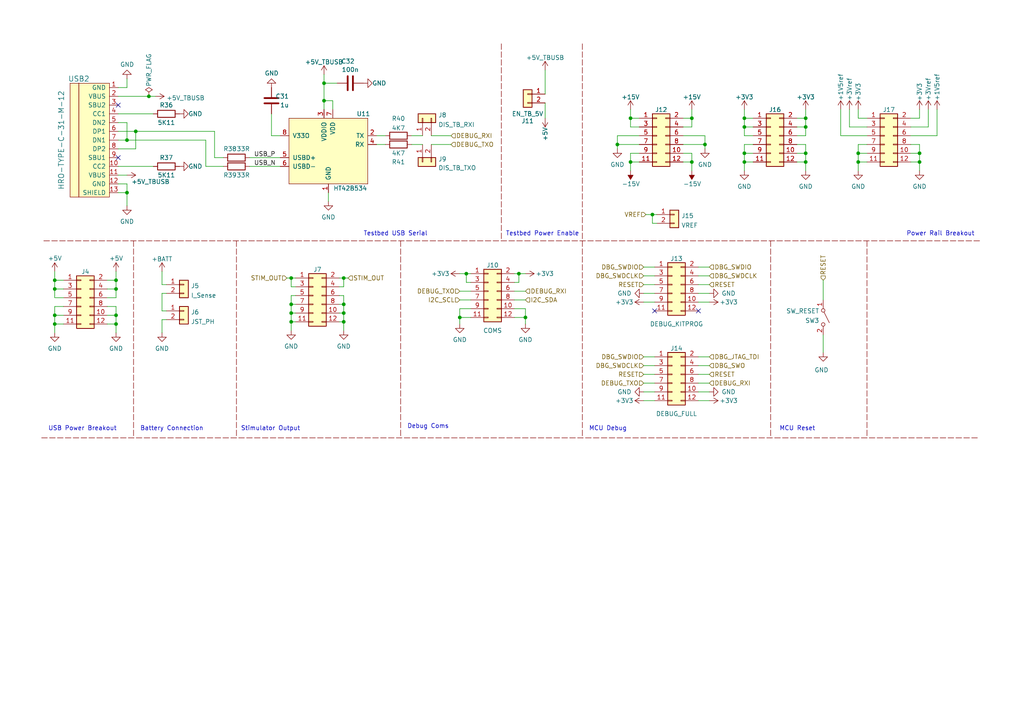
<source format=kicad_sch>
(kicad_sch (version 20211123) (generator eeschema)
  (paper "A4")
  (lib_symbols
    (symbol "Connector_Generic:Conn_01x02" (pin_names (offset 1.016) hide)
      (property "Reference" "J" (at 0 2.54 0))
      (property "Value" "Conn_01x02" (at 0 -5.08 0))
      (symbol "Conn_01x02_1_1"
        (rectangle (start -1.27 -2.413) (end 0 -2.667) (stroke (width 0.1524)))
        (rectangle (start -1.27 0.127) (end 0 -0.127) (stroke (width 0.1524)))
        (rectangle (start -1.27 1.27) (end 1.27 -3.81) (stroke (width 0.254)) (fill (type background)))
        (pin passive line (at -5.08 0 0) (length 3.81) (name "Pin_1") (number "1"))
        (pin passive line (at -5.08 -2.54 0) (length 3.81) (name "Pin_2") (number "2"))
      )
    )
    (symbol "Connector_Generic:Conn_02x06_Odd_Even" (pin_names (offset 1.016) hide)
      (property "Reference" "J" (at 1.27 7.62 0))
      (property "Value" "Conn_02x06_Odd_Even" (at 1.27 -10.16 0))
      (symbol "Conn_02x06_Odd_Even_1_1"
        (rectangle (start -1.27 -7.493) (end 0 -7.747) (stroke (width 0.1524)))
        (rectangle (start -1.27 -4.953) (end 0 -5.207) (stroke (width 0.1524)))
        (rectangle (start -1.27 -2.413) (end 0 -2.667) (stroke (width 0.1524)))
        (rectangle (start -1.27 0.127) (end 0 -0.127) (stroke (width 0.1524)))
        (rectangle (start -1.27 2.667) (end 0 2.413) (stroke (width 0.1524)))
        (rectangle (start -1.27 5.207) (end 0 4.953) (stroke (width 0.1524)))
        (rectangle (start -1.27 6.35) (end 3.81 -8.89) (stroke (width 0.254)) (fill (type background)))
        (rectangle (start 3.81 -7.493) (end 2.54 -7.747) (stroke (width 0.1524)))
        (rectangle (start 3.81 -4.953) (end 2.54 -5.207) (stroke (width 0.1524)))
        (rectangle (start 3.81 -2.413) (end 2.54 -2.667) (stroke (width 0.1524)))
        (rectangle (start 3.81 0.127) (end 2.54 -0.127) (stroke (width 0.1524)))
        (rectangle (start 3.81 2.667) (end 2.54 2.413) (stroke (width 0.1524)))
        (rectangle (start 3.81 5.207) (end 2.54 4.953) (stroke (width 0.1524)))
        (pin passive line (at -5.08 5.08 0) (length 3.81) (name "Pin_1") (number "1"))
        (pin passive line (at 7.62 -5.08 180) (length 3.81) (name "Pin_10") (number "10"))
        (pin passive line (at -5.08 -7.62 0) (length 3.81) (name "Pin_11") (number "11"))
        (pin passive line (at 7.62 -7.62 180) (length 3.81) (name "Pin_12") (number "12"))
        (pin passive line (at 7.62 5.08 180) (length 3.81) (name "Pin_2") (number "2"))
        (pin passive line (at -5.08 2.54 0) (length 3.81) (name "Pin_3") (number "3"))
        (pin passive line (at 7.62 2.54 180) (length 3.81) (name "Pin_4") (number "4"))
        (pin passive line (at -5.08 0 0) (length 3.81) (name "Pin_5") (number "5"))
        (pin passive line (at 7.62 0 180) (length 3.81) (name "Pin_6") (number "6"))
        (pin passive line (at -5.08 -2.54 0) (length 3.81) (name "Pin_7") (number "7"))
        (pin passive line (at 7.62 -2.54 180) (length 3.81) (name "Pin_8") (number "8"))
        (pin passive line (at -5.08 -5.08 0) (length 3.81) (name "Pin_9") (number "9"))
      )
    )
    (symbol "Custom_Symbols:+1V5ref" (power) (pin_names (offset 0))
      (property "Value" "+1V5ref" (at 3.2512 -0.381 90))
      (symbol "+1V5ref_0_1"
        (polyline (pts (xy -0.762 1.27) (xy 0 2.54)))
        (polyline (pts (xy 0 0) (xy 0 2.54)))
        (polyline (pts (xy 0 2.54) (xy 0.762 1.27)))
      )
      (symbol "+1V5ref_1_1"
        (pin power_in line (at 0 0 90) (length 0) hide (name "+1V5ref") (number "1"))
      )
    )
    (symbol "Custom_Symbols:+3Vref" (power) (pin_names (offset 0))
      (property "Value" "+3Vref" (at 3.2512 -0.381 90))
      (symbol "+3Vref_0_1"
        (polyline (pts (xy -0.762 1.27) (xy 0 2.54)))
        (polyline (pts (xy 0 0) (xy 0 2.54)))
        (polyline (pts (xy 0 2.54) (xy 0.762 1.27)))
      )
      (symbol "+3Vref_1_1"
        (pin power_in line (at 0 0 90) (length 0) hide (name "+3Vref") (number "1"))
      )
    )
    (symbol "Custom_Symbols:+5V_TBUSB" (power) (pin_names (offset 0))
      (property "Value" "+5V_TBUSB" (at 0 3.556 0))
      (symbol "+5V_TBUSB_0_1"
        (polyline (pts (xy -0.762 1.27) (xy 0 2.54)))
        (polyline (pts (xy 0 0) (xy 0 2.54)))
        (polyline (pts (xy 0 2.54) (xy 0.762 1.27)))
      )
      (symbol "+5V_TBUSB_1_1"
        (pin power_in line (at 0 0 90) (length 0) hide (name "+5V_TBUSB") (number "1"))
      )
    )
    (symbol "Custom_Symbols:HT42B534" (pin_names (offset 1.016))
      (property "Reference" "U11" (at 10.16 1.27 0))
      (property "Value" "HT42B534" (at 6.35 -20.32 0))
      (symbol "HT42B534_0_1"
        (rectangle (start -11.43 0) (end 11.43 -19.05) (fill (type background)))
      )
      (symbol "HT42B534_1_1"
        (pin power_in line (at 0 -21.59 90) (length 2.54) (name "GND") (number "1"))
        (pin output line (at 13.97 -5.08 180) (length 2.54) (name "TX") (number "2"))
        (pin power_in line (at -1.27 2.54 270) (length 2.54) (name "VDDIO") (number "3"))
        (pin input line (at 13.97 -7.62 180) (length 2.54) (name "RX") (number "4"))
        (pin bidirectional line (at -13.97 -11.43 0) (length 2.54) (name "USBD+") (number "5"))
        (pin bidirectional line (at -13.97 -13.97 0) (length 2.54) (name "USBD-") (number "6"))
        (pin power_in line (at 1.27 2.54 270) (length 2.54) (name "VDD") (number "7"))
        (pin power_out line (at -13.97 -5.08 0) (length 2.54) (name "V33O") (number "8"))
      )
    )
    (symbol "Device:C" (pin_numbers hide) (pin_names (offset 0.254))
      (property "Reference" "C" (at 0.635 2.54 0))
      (property "Value" "C" (at 0.635 -2.54 0))
      (symbol "C_0_1"
        (polyline (pts (xy -2.032 -0.762) (xy 2.032 -0.762)) (stroke (width 0.508)))
        (polyline (pts (xy -2.032 0.762) (xy 2.032 0.762)) (stroke (width 0.508)))
      )
      (symbol "C_1_1"
        (pin passive line (at 0 3.81 270) (length 2.794) (name "~") (number "1"))
        (pin passive line (at 0 -3.81 90) (length 2.794) (name "~") (number "2"))
      )
    )
    (symbol "Device:R" (pin_numbers hide) (pin_names (offset 0))
      (property "Reference" "R" (at 2.032 0 90))
      (property "Value" "R" (at 0 0 90))
      (symbol "R_0_1"
        (rectangle (start -1.016 -2.54) (end 1.016 2.54) (stroke (width 0.254)))
      )
      (symbol "R_1_1"
        (pin passive line (at 0 3.81 270) (length 1.27) (name "~") (number "1"))
        (pin passive line (at 0 -3.81 90) (length 1.27) (name "~") (number "2"))
      )
    )
    (symbol "HRO-TYPE-C-31-M-12:HRO-TYPE-C-31-M-12" (pin_names (offset 1.016))
      (property "Reference" "USB" (at -5.08 16.51 0))
      (property "Value" "HRO-TYPE-C-31-M-12" (at -10.16 -1.27 90))
      (symbol "HRO-TYPE-C-31-M-12_0_1"
        (rectangle (start -11.43 15.24) (end -8.89 -17.78) (fill (type background)))
        (rectangle (start 0 -17.78) (end -8.89 15.24) (fill (type background)))
      )
      (symbol "HRO-TYPE-C-31-M-12_1_1"
        (pin input line (at 2.54 13.97 180) (length 2.54) (name "GND") (number "1"))
        (pin input line (at 2.54 -8.89 180) (length 2.54) (name "CC2") (number "10"))
        (pin input line (at 2.54 -11.43 180) (length 2.54) (name "VBUS") (number "11"))
        (pin input line (at 2.54 -13.97 180) (length 2.54) (name "GND") (number "12"))
        (pin input line (at 2.54 -16.51 180) (length 2.54) (name "SHIELD") (number "13"))
        (pin input line (at 2.54 11.43 180) (length 2.54) (name "VBUS") (number "2"))
        (pin input line (at 2.54 8.89 180) (length 2.54) (name "SBU2") (number "3"))
        (pin input line (at 2.54 6.35 180) (length 2.54) (name "CC1") (number "4"))
        (pin input line (at 2.54 3.81 180) (length 2.54) (name "DN2") (number "5"))
        (pin input line (at 2.54 1.27 180) (length 2.54) (name "DP1") (number "6"))
        (pin input line (at 2.54 -1.27 180) (length 2.54) (name "DN1") (number "7"))
        (pin input line (at 2.54 -3.81 180) (length 2.54) (name "DP2") (number "8"))
        (pin input line (at 2.54 -6.35 180) (length 2.54) (name "SBU1") (number "9"))
      )
    )
    (symbol "Switch:SW_SPST" (pin_names (offset 0) hide)
      (property "Reference" "SW" (at 0 3.175 0))
      (property "Value" "SW_SPST" (at 0 -2.54 0))
      (symbol "SW_SPST_0_0"
        (circle (center -2.032 0) (radius 0.508))
        (polyline (pts (xy -1.524 0.254) (xy 1.524 1.778)))
        (circle (center 2.032 0) (radius 0.508))
      )
      (symbol "SW_SPST_1_1"
        (pin passive line (at -5.08 0 0) (length 2.54) (name "A") (number "1"))
        (pin passive line (at 5.08 0 180) (length 2.54) (name "B") (number "2"))
      )
    )
    (symbol "power:+15V" (power) (pin_names (offset 0))
      (property "Value" "+15V" (at 0 3.556 0))
      (symbol "+15V_0_1"
        (polyline (pts (xy -0.762 1.27) (xy 0 2.54)))
        (polyline (pts (xy 0 0) (xy 0 2.54)))
        (polyline (pts (xy 0 2.54) (xy 0.762 1.27)))
      )
      (symbol "+15V_1_1"
        (pin power_in line (at 0 0 90) (length 0) hide (name "+15V") (number "1"))
      )
    )
    (symbol "power:+3V3" (power) (pin_names (offset 0))
      (property "Value" "+3V3" (at 0 3.556 0))
      (symbol "+3V3_0_1"
        (polyline (pts (xy -0.762 1.27) (xy 0 2.54)))
        (polyline (pts (xy 0 0) (xy 0 2.54)))
        (polyline (pts (xy 0 2.54) (xy 0.762 1.27)))
      )
      (symbol "+3V3_1_1"
        (pin power_in line (at 0 0 90) (length 0) hide (name "+3V3") (number "1"))
      )
    )
    (symbol "power:+5V" (power) (pin_names (offset 0))
      (property "Value" "+5V" (at 0 3.556 0))
      (symbol "+5V_0_1"
        (polyline (pts (xy -0.762 1.27) (xy 0 2.54)))
        (polyline (pts (xy 0 0) (xy 0 2.54)))
        (polyline (pts (xy 0 2.54) (xy 0.762 1.27)))
      )
      (symbol "+5V_1_1"
        (pin power_in line (at 0 0 90) (length 0) hide (name "+5V") (number "1"))
      )
    )
    (symbol "power:+BATT" (power) (pin_names (offset 0))
      (property "Value" "+BATT" (at 0 3.556 0))
      (symbol "+BATT_0_1"
        (polyline (pts (xy -0.762 1.27) (xy 0 2.54)))
        (polyline (pts (xy 0 0) (xy 0 2.54)))
        (polyline (pts (xy 0 2.54) (xy 0.762 1.27)))
      )
      (symbol "+BATT_1_1"
        (pin power_in line (at 0 0 90) (length 0) hide (name "+BATT") (number "1"))
      )
    )
    (symbol "power:-15V" (power) (pin_names (offset 0))
      (property "Value" "-15V" (at 0 3.81 0))
      (symbol "-15V_0_0"
        (pin power_in line (at 0 0 90) (length 0) hide (name "-15V") (number "1"))
      )
      (symbol "-15V_0_1"
        (polyline (pts (xy 0 0) (xy 0 1.27) (xy 0.762 1.27) (xy 0 2.54) (xy -0.762 1.27) (xy 0 1.27)) (fill (type outline)))
      )
    )
    (symbol "power:GND" (power) (pin_names (offset 0))
      (property "Value" "GND" (at 0 -3.81 0))
      (symbol "GND_0_1"
        (polyline (pts (xy 0 0) (xy 0 -1.27) (xy 1.27 -1.27) (xy 0 -2.54) (xy -1.27 -1.27) (xy 0 -1.27)))
      )
      (symbol "GND_1_1"
        (pin power_in line (at 0 0 270) (length 0) hide (name "GND") (number "1"))
      )
    )
    (symbol "power:PWR_FLAG" (power) (pin_numbers hide) (pin_names (offset 0) hide)
      (property "Value" "PWR_FLAG" (at 0 3.81 0))
      (symbol "PWR_FLAG_0_0"
        (pin power_out line (at 0 0 90) (length 0) (name "pwr") (number "1"))
      )
      (symbol "PWR_FLAG_0_1"
        (polyline (pts (xy 0 0) (xy 0 1.27) (xy -1.016 1.905) (xy 0 2.54) (xy 1.016 1.905) (xy 0 1.27)))
      )
    )
  )
  (junction (at 43.18 27.94))
  (junction (at 215.9 46.99))
  (junction (at 182.88 34.29))
  (junction (at 266.7 44.45))
  (junction (at 248.92 44.45))
  (junction (at 233.68 34.29))
  (junction (at 135.255 79.375))
  (junction (at 182.88 46.99))
  (junction (at 204.47 41.91))
  (junction (at 84.455 80.645))
  (junction (at 93.98 29.21))
  (junction (at 84.455 90.805))
  (junction (at 15.875 81.28))
  (junction (at 215.9 34.29))
  (junction (at 189.23 62.23))
  (junction (at 150.495 79.375))
  (junction (at 215.9 36.83))
  (junction (at 15.875 93.98))
  (junction (at 93.98 24.13))
  (junction (at 215.9 44.45))
  (junction (at 233.68 44.45))
  (junction (at 248.92 46.99))
  (junction (at 133.35 92.075))
  (junction (at 33.655 81.28))
  (junction (at 36.83 55.88))
  (junction (at 33.655 83.82))
  (junction (at 33.655 91.44))
  (junction (at 200.66 34.29))
  (junction (at 200.66 46.99))
  (junction (at 179.07 41.91))
  (junction (at 99.695 90.805))
  (junction (at 99.695 88.265))
  (junction (at 266.7 46.99))
  (junction (at 15.875 83.82))
  (junction (at 84.455 88.265))
  (junction (at 33.655 93.98))
  (junction (at 99.695 93.345))
  (junction (at 233.68 46.99))
  (junction (at 15.875 91.44))
  (junction (at 233.68 36.83))
  (junction (at 152.4 92.075))
  (junction (at 36.83 40.64))
  (junction (at 99.695 80.645))
  (junction (at 84.455 93.345))
  (junction (at 39.37 38.1))
  (no_connect (at 34.29 30.48))
  (no_connect (at 202.565 90.17))
  (no_connect (at 189.865 90.17))
  (no_connect (at 34.29 45.72))
  (wire (pts (xy 266.7 49.53) (xy 266.7 46.99)))
  (wire (pts (xy 186.69 113.665) (xy 189.865 113.665)))
  (wire (pts (xy 238.76 102.235) (xy 238.76 97.155)))
  (polyline (pts (xy 68.58 69.85) (xy 68.58 127)) (stroke (width 0) (color 132 0 0 1)))
  (wire (pts (xy 264.16 46.99) (xy 266.7 46.99)))
  (wire (pts (xy 39.37 43.18) (xy 34.29 43.18)))
  (wire (pts (xy 46.99 96.52) (xy 46.99 92.71)))
  (wire (pts (xy 200.66 49.53) (xy 200.66 46.99)))
  (wire (pts (xy 158.115 29.845) (xy 158.115 34.29)))
  (wire (pts (xy 97.79 24.13) (xy 93.98 24.13)))
  (wire (pts (xy 269.24 31.75) (xy 269.24 36.83)))
  (wire (pts (xy 202.565 106.045) (xy 205.74 106.045)))
  (wire (pts (xy 125.095 39.37) (xy 130.81 39.37)))
  (wire (pts (xy 186.69 80.01) (xy 189.865 80.01)))
  (wire (pts (xy 179.07 41.91) (xy 185.42 41.91)))
  (wire (pts (xy 15.875 93.98) (xy 15.875 91.44)))
  (wire (pts (xy 119.38 39.37) (xy 122.555 39.37)))
  (polyline (pts (xy 168.91 69.85) (xy 168.91 127)) (stroke (width 0) (color 132 0 0 1)))
  (wire (pts (xy 46.99 82.55) (xy 48.26 82.55)))
  (wire (pts (xy 98.425 88.265) (xy 99.695 88.265)))
  (wire (pts (xy 269.24 36.83) (xy 264.16 36.83)))
  (wire (pts (xy 84.455 88.265) (xy 85.725 88.265)))
  (wire (pts (xy 48.26 85.09) (xy 46.99 85.09)))
  (wire (pts (xy 136.525 92.075) (xy 133.35 92.075)))
  (wire (pts (xy 62.23 45.72) (xy 62.23 38.1)))
  (wire (pts (xy 33.655 93.98) (xy 33.655 91.44)))
  (wire (pts (xy 233.68 44.45) (xy 233.68 41.91)))
  (wire (pts (xy 198.12 44.45) (xy 200.66 44.45)))
  (wire (pts (xy 205.74 82.55) (xy 202.565 82.55)))
  (wire (pts (xy 271.78 39.37) (xy 264.16 39.37)))
  (wire (pts (xy 251.46 36.83) (xy 246.38 36.83)))
  (wire (pts (xy 18.415 86.36) (xy 15.875 86.36)))
  (wire (pts (xy 84.455 90.805) (xy 85.725 90.805)))
  (wire (pts (xy 149.225 86.995) (xy 152.4 86.995)))
  (wire (pts (xy 98.425 90.805) (xy 99.695 90.805)))
  (wire (pts (xy 62.23 45.72) (xy 64.77 45.72)))
  (wire (pts (xy 231.14 41.91) (xy 233.68 41.91)))
  (wire (pts (xy 215.9 34.29) (xy 218.44 34.29)))
  (wire (pts (xy 266.7 34.29) (xy 266.7 31.75)))
  (wire (pts (xy 43.18 27.94) (xy 34.29 27.94)))
  (wire (pts (xy 202.565 108.585) (xy 205.74 108.585)))
  (wire (pts (xy 233.68 46.99) (xy 233.68 44.45)))
  (wire (pts (xy 200.66 36.83) (xy 200.66 34.29)))
  (wire (pts (xy 84.455 85.725) (xy 85.725 85.725)))
  (wire (pts (xy 15.875 83.82) (xy 15.875 81.28)))
  (wire (pts (xy 248.92 31.75) (xy 248.92 34.29)))
  (wire (pts (xy 31.115 81.28) (xy 33.655 81.28)))
  (wire (pts (xy 182.88 36.83) (xy 182.88 34.29)))
  (wire (pts (xy 215.9 44.45) (xy 215.9 41.91)))
  (wire (pts (xy 34.29 55.88) (xy 36.83 55.88)))
  (wire (pts (xy 185.42 44.45) (xy 182.88 44.45)))
  (polyline (pts (xy 38.735 69.85) (xy 38.735 127)) (stroke (width 0) (color 132 0 0 1)))
  (wire (pts (xy 15.875 81.28) (xy 18.415 81.28)))
  (wire (pts (xy 246.38 36.83) (xy 246.38 31.75)))
  (wire (pts (xy 200.66 44.45) (xy 200.66 46.99)))
  (wire (pts (xy 36.83 40.64) (xy 34.29 40.64)))
  (wire (pts (xy 83.185 80.645) (xy 84.455 80.645)))
  (wire (pts (xy 125.095 41.91) (xy 130.81 41.91)))
  (wire (pts (xy 215.9 44.45) (xy 218.44 44.45)))
  (wire (pts (xy 15.875 86.36) (xy 15.875 83.82)))
  (wire (pts (xy 248.92 41.91) (xy 251.46 41.91)))
  (wire (pts (xy 205.74 87.63) (xy 202.565 87.63)))
  (wire (pts (xy 33.655 86.36) (xy 33.655 83.82)))
  (wire (pts (xy 248.92 46.99) (xy 248.92 44.45)))
  (wire (pts (xy 64.77 48.26) (xy 59.69 48.26)))
  (wire (pts (xy 231.14 34.29) (xy 233.68 34.29)))
  (wire (pts (xy 36.83 25.4) (xy 36.83 22.86)))
  (wire (pts (xy 248.92 34.29) (xy 251.46 34.29)))
  (wire (pts (xy 93.98 21.59) (xy 93.98 24.13)))
  (wire (pts (xy 204.47 43.18) (xy 204.47 41.91)))
  (wire (pts (xy 84.455 90.805) (xy 84.455 88.265)))
  (wire (pts (xy 215.9 36.83) (xy 215.9 34.29)))
  (wire (pts (xy 182.88 46.99) (xy 185.42 46.99)))
  (wire (pts (xy 34.29 35.56) (xy 36.83 35.56)))
  (polyline (pts (xy 168.91 12.7) (xy 168.91 69.85)) (stroke (width 0) (color 132 0 0 1)))
  (wire (pts (xy 99.695 85.725) (xy 98.425 85.725)))
  (wire (pts (xy 202.565 111.125) (xy 205.74 111.125)))
  (wire (pts (xy 34.29 53.34) (xy 36.83 53.34)))
  (wire (pts (xy 189.865 116.205) (xy 186.69 116.205)))
  (wire (pts (xy 231.14 46.99) (xy 233.68 46.99)))
  (wire (pts (xy 186.69 111.125) (xy 189.865 111.125)))
  (wire (pts (xy 190.5 62.23) (xy 189.23 62.23)))
  (wire (pts (xy 136.525 81.915) (xy 135.255 81.915)))
  (wire (pts (xy 111.76 41.91) (xy 109.22 41.91)))
  (wire (pts (xy 84.455 80.645) (xy 85.725 80.645)))
  (wire (pts (xy 152.4 89.535) (xy 152.4 92.075)))
  (wire (pts (xy 248.92 49.53) (xy 248.92 46.99)))
  (wire (pts (xy 33.655 83.82) (xy 33.655 81.28)))
  (wire (pts (xy 133.35 89.535) (xy 133.35 92.075)))
  (wire (pts (xy 36.83 40.64) (xy 59.69 40.64)))
  (wire (pts (xy 93.98 24.13) (xy 93.98 29.21)))
  (wire (pts (xy 248.92 44.45) (xy 251.46 44.45)))
  (wire (pts (xy 231.14 44.45) (xy 233.68 44.45)))
  (wire (pts (xy 34.29 33.02) (xy 44.45 33.02)))
  (wire (pts (xy 46.99 92.71) (xy 48.26 92.71)))
  (wire (pts (xy 215.9 31.75) (xy 215.9 34.29)))
  (wire (pts (xy 36.83 50.8) (xy 34.29 50.8)))
  (wire (pts (xy 136.525 79.375) (xy 135.255 79.375)))
  (wire (pts (xy 33.655 81.28) (xy 33.655 78.74)))
  (wire (pts (xy 158.115 20.32) (xy 158.115 27.305)))
  (wire (pts (xy 264.16 44.45) (xy 266.7 44.45)))
  (wire (pts (xy 204.47 41.91) (xy 204.47 39.37)))
  (wire (pts (xy 205.74 80.01) (xy 202.565 80.01)))
  (wire (pts (xy 233.68 39.37) (xy 233.68 36.83)))
  (wire (pts (xy 215.9 49.53) (xy 215.9 46.99)))
  (wire (pts (xy 182.88 44.45) (xy 182.88 46.99)))
  (wire (pts (xy 46.99 85.09) (xy 46.99 90.17)))
  (wire (pts (xy 271.78 31.75) (xy 271.78 39.37)))
  (wire (pts (xy 189.23 64.77) (xy 190.5 64.77)))
  (wire (pts (xy 99.695 80.645) (xy 100.965 80.645)))
  (wire (pts (xy 84.455 93.345) (xy 85.725 93.345)))
  (wire (pts (xy 186.69 108.585) (xy 189.865 108.585)))
  (wire (pts (xy 98.425 80.645) (xy 99.695 80.645)))
  (wire (pts (xy 31.115 91.44) (xy 33.655 91.44)))
  (wire (pts (xy 15.875 88.9) (xy 18.415 88.9)))
  (wire (pts (xy 186.69 103.505) (xy 189.865 103.505)))
  (wire (pts (xy 15.875 91.44) (xy 15.875 88.9)))
  (wire (pts (xy 231.14 36.83) (xy 233.68 36.83)))
  (wire (pts (xy 99.695 93.345) (xy 99.695 90.805)))
  (wire (pts (xy 34.29 48.26) (xy 44.45 48.26)))
  (wire (pts (xy 98.425 93.345) (xy 99.695 93.345)))
  (wire (pts (xy 264.16 34.29) (xy 266.7 34.29)))
  (wire (pts (xy 39.37 38.1) (xy 39.37 43.18)))
  (wire (pts (xy 215.9 41.91) (xy 218.44 41.91)))
  (wire (pts (xy 218.44 39.37) (xy 215.9 39.37)))
  (wire (pts (xy 202.565 103.505) (xy 205.74 103.505)))
  (wire (pts (xy 200.66 34.29) (xy 200.66 31.75)))
  (wire (pts (xy 99.695 80.645) (xy 99.695 83.185)))
  (wire (pts (xy 152.4 92.075) (xy 152.4 93.98)))
  (wire (pts (xy 93.98 29.21) (xy 93.98 31.75)))
  (wire (pts (xy 46.99 90.17) (xy 48.26 90.17)))
  (wire (pts (xy 99.695 95.885) (xy 99.695 93.345)))
  (polyline (pts (xy 12.7 69.85) (xy 284.48 69.85)) (stroke (width 0) (color 132 0 0 1)))
  (wire (pts (xy 133.35 92.075) (xy 133.35 93.98)))
  (wire (pts (xy 31.115 88.9) (xy 33.655 88.9)))
  (wire (pts (xy 243.84 39.37) (xy 251.46 39.37)))
  (polyline (pts (xy 145.415 12.7) (xy 145.415 69.85)) (stroke (width 0) (color 132 0 0 1)))
  (wire (pts (xy 39.37 38.1) (xy 62.23 38.1)))
  (wire (pts (xy 149.225 89.535) (xy 152.4 89.535)))
  (wire (pts (xy 186.69 85.09) (xy 189.865 85.09)))
  (wire (pts (xy 150.495 81.915) (xy 150.495 79.375)))
  (wire (pts (xy 15.875 96.52) (xy 15.875 93.98)))
  (wire (pts (xy 248.92 46.99) (xy 251.46 46.99)))
  (polyline (pts (xy 12.065 127) (xy 283.845 127)) (stroke (width 0) (color 132 0 0 1)))
  (wire (pts (xy 136.525 89.535) (xy 133.35 89.535)))
  (wire (pts (xy 233.68 49.53) (xy 233.68 46.99)))
  (wire (pts (xy 182.88 31.75) (xy 182.88 34.29)))
  (wire (pts (xy 135.255 81.915) (xy 135.255 79.375)))
  (wire (pts (xy 231.14 39.37) (xy 233.68 39.37)))
  (wire (pts (xy 18.415 83.82) (xy 15.875 83.82)))
  (wire (pts (xy 186.69 87.63) (xy 189.865 87.63)))
  (wire (pts (xy 59.69 48.26) (xy 59.69 40.64)))
  (wire (pts (xy 84.455 95.885) (xy 84.455 93.345)))
  (wire (pts (xy 198.12 39.37) (xy 204.47 39.37)))
  (wire (pts (xy 135.255 79.375) (xy 133.35 79.375)))
  (wire (pts (xy 36.83 53.34) (xy 36.83 55.88)))
  (polyline (pts (xy 116.205 69.85) (xy 116.205 127)) (stroke (width 0) (color 132 0 0 1)))
  (wire (pts (xy 179.07 41.91) (xy 179.07 39.37)))
  (wire (pts (xy 99.695 90.805) (xy 99.695 88.265)))
  (wire (pts (xy 99.695 83.185) (xy 98.425 83.185)))
  (wire (pts (xy 78.74 33.02) (xy 78.74 39.37)))
  (wire (pts (xy 189.23 62.23) (xy 187.325 62.23)))
  (wire (pts (xy 33.655 96.52) (xy 33.655 93.98)))
  (wire (pts (xy 215.9 39.37) (xy 215.9 36.83)))
  (wire (pts (xy 149.225 92.075) (xy 152.4 92.075)))
  (wire (pts (xy 136.525 86.995) (xy 133.35 86.995)))
  (wire (pts (xy 150.495 79.375) (xy 152.4 79.375)))
  (wire (pts (xy 15.875 78.74) (xy 15.875 81.28)))
  (polyline (pts (xy 223.52 69.85) (xy 223.52 127)) (stroke (width 0) (color 132 0 0 1)))
  (wire (pts (xy 202.565 116.205) (xy 205.74 116.205)))
  (wire (pts (xy 78.74 39.37) (xy 81.28 39.37)))
  (wire (pts (xy 84.455 80.645) (xy 84.455 83.185)))
  (wire (pts (xy 84.455 93.345) (xy 84.455 90.805)))
  (wire (pts (xy 200.66 46.99) (xy 198.12 46.99)))
  (wire (pts (xy 233.68 34.29) (xy 233.68 31.75)))
  (wire (pts (xy 149.225 79.375) (xy 150.495 79.375)))
  (wire (pts (xy 243.84 31.75) (xy 243.84 39.37)))
  (wire (pts (xy 31.115 93.98) (xy 33.655 93.98)))
  (wire (pts (xy 46.99 82.55) (xy 46.99 78.74)))
  (wire (pts (xy 218.44 36.83) (xy 215.9 36.83)))
  (wire (pts (xy 248.92 44.45) (xy 248.92 41.91)))
  (wire (pts (xy 36.83 35.56) (xy 36.83 40.64)))
  (wire (pts (xy 111.76 39.37) (xy 109.22 39.37)))
  (wire (pts (xy 186.69 82.55) (xy 189.865 82.55)))
  (wire (pts (xy 72.39 48.26) (xy 81.28 48.26)))
  (wire (pts (xy 202.565 113.665) (xy 205.74 113.665)))
  (wire (pts (xy 96.52 29.21) (xy 93.98 29.21)))
  (wire (pts (xy 182.88 49.53) (xy 182.88 46.99)))
  (wire (pts (xy 215.9 46.99) (xy 215.9 44.45)))
  (wire (pts (xy 205.74 85.09) (xy 202.565 85.09)))
  (wire (pts (xy 198.12 41.91) (xy 204.47 41.91)))
  (wire (pts (xy 149.225 81.915) (xy 150.495 81.915)))
  (wire (pts (xy 31.115 83.82) (xy 33.655 83.82)))
  (wire (pts (xy 266.7 44.45) (xy 266.7 41.91)))
  (wire (pts (xy 34.29 25.4) (xy 36.83 25.4)))
  (wire (pts (xy 238.76 86.995) (xy 238.76 81.28)))
  (wire (pts (xy 15.875 91.44) (xy 18.415 91.44)))
  (wire (pts (xy 33.655 91.44) (xy 33.655 88.9)))
  (wire (pts (xy 136.525 84.455) (xy 133.35 84.455)))
  (polyline (pts (xy 251.46 69.85) (xy 251.46 127)) (stroke (width 0) (color 132 0 0 1)))
  (wire (pts (xy 149.225 84.455) (xy 152.4 84.455)))
  (wire (pts (xy 119.38 41.91) (xy 122.555 41.91)))
  (wire (pts (xy 179.07 43.18) (xy 179.07 41.91)))
  (wire (pts (xy 189.23 62.23) (xy 189.23 64.77)))
  (wire (pts (xy 31.115 86.36) (xy 33.655 86.36)))
  (wire (pts (xy 96.52 31.75) (xy 96.52 29.21)))
  (wire (pts (xy 99.695 88.265) (xy 99.695 85.725)))
  (wire (pts (xy 205.74 77.47) (xy 202.565 77.47)))
  (wire (pts (xy 233.68 36.83) (xy 233.68 34.29)))
  (wire (pts (xy 198.12 36.83) (xy 200.66 36.83)))
  (wire (pts (xy 72.39 45.72) (xy 81.28 45.72)))
  (wire (pts (xy 198.12 34.29) (xy 200.66 34.29)))
  (wire (pts (xy 182.88 34.29) (xy 185.42 34.29)))
  (wire (pts (xy 84.455 88.265) (xy 84.455 85.725)))
  (wire (pts (xy 34.29 38.1) (xy 39.37 38.1)))
  (wire (pts (xy 264.16 41.91) (xy 266.7 41.91)))
  (wire (pts (xy 186.69 77.47) (xy 189.865 77.47)))
  (wire (pts (xy 185.42 36.83) (xy 182.88 36.83)))
  (wire (pts (xy 15.875 93.98) (xy 18.415 93.98)))
  (wire (pts (xy 215.9 46.99) (xy 218.44 46.99)))
  (wire (pts (xy 95.25 58.42) (xy 95.25 55.88)))
  (wire (pts (xy 84.455 83.185) (xy 85.725 83.185)))
  (wire (pts (xy 36.83 55.88) (xy 36.83 59.69)))
  (wire (pts (xy 179.07 39.37) (xy 185.42 39.37)))
  (wire (pts (xy 186.69 106.045) (xy 189.865 106.045)))
  (wire (pts (xy 266.7 46.99) (xy 266.7 44.45)))
  (wire (pts (xy 45.085 27.94) (xy 43.18 27.94)))
  (text "MCU Reset" (at 226.06 125.095 0) (effects (font (size 1.27 1.27)) (justify left bottom)))
  (text "USB Power Breakout" (at 13.97 125.095 0) (effects (font (size 1.27 1.27)) (justify left bottom)))
  (text "Power Rail Breakout" (at 262.89 68.58 0) (effects (font (size 1.27 1.27)) (justify left bottom)))
  (text "Stimulator Output" (at 69.85 125.095 0) (effects (font (size 1.27 1.27)) (justify left bottom)))
  (text "MCU Debug" (at 170.815 125.095 0) (effects (font (size 1.27 1.27)) (justify left bottom)))
  (text "Testbed Power Enable" (at 146.685 68.58 0) (effects (font (size 1.27 1.27)) (justify left bottom)))
  (text "Battery Connection" (at 40.64 125.095 0) (effects (font (size 1.27 1.27)) (justify left bottom)))
  (text "Testbed USB Serial" (at 105.41 68.58 0) (effects (font (size 1.27 1.27)) (justify left bottom)))
  (text "Debug Coms" (at 118.11 124.46 0) (effects (font (size 1.27 1.27)) (justify left bottom)))
  (label "USB_N" (at 73.66 48.26 0))
  (label "USB_P" (at 73.66 45.72 0))
  (hierarchical_label "VREF" (shape input) (at 187.325 62.23 180))
  (hierarchical_label "RESET" (shape input) (at 186.69 82.55 180))
  (hierarchical_label "DEBUG_RXI" (shape input) (at 130.81 39.37 0))
  (hierarchical_label "DBG_JTAG_TDI" (shape input) (at 205.74 103.505 0))
  (hierarchical_label "DEBUG_TXO" (shape input) (at 133.35 84.455 180))
  (hierarchical_label "RESET" (shape input) (at 238.76 81.28 90))
  (hierarchical_label "STIM_OUT" (shape input) (at 83.185 80.645 180))
  (hierarchical_label "DBG_SWDCLK" (shape input) (at 186.69 106.045 180))
  (hierarchical_label "DBG_SWO" (shape input) (at 205.74 106.045 0))
  (hierarchical_label "DEBUG_TXO" (shape input) (at 130.81 41.91 0))
  (hierarchical_label "DBG_SWDIO" (shape input) (at 186.69 77.47 180))
  (hierarchical_label "DBG_SWDCLK" (shape input) (at 205.74 80.01 0))
  (hierarchical_label "DEBUG_RXI" (shape input) (at 205.74 111.125 0))
  (hierarchical_label "I2C_SDA" (shape input) (at 152.4 86.995 0))
  (hierarchical_label "RESET" (shape input) (at 205.74 82.55 0))
  (hierarchical_label "RESET" (shape input) (at 205.74 108.585 0))
  (hierarchical_label "DBG_SWDIO" (shape input) (at 186.69 103.505 180))
  (hierarchical_label "DEBUG_RXI" (shape input) (at 152.4 84.455 0))
  (hierarchical_label "DBG_SWDCLK" (shape input) (at 186.69 80.01 180))
  (hierarchical_label "I2C_SCL" (shape input) (at 133.35 86.995 180))
  (hierarchical_label "DBG_SWDIO" (shape input) (at 205.74 77.47 0))
  (hierarchical_label "STIM_OUT" (shape input) (at 100.965 80.645 0))
  (hierarchical_label "DEBUG_TXO" (shape input) (at 186.69 111.125 180))
  (hierarchical_label "RESET" (shape input) (at 186.69 108.585 180))
  (symbol (lib_id "power:GND") (at 266.7 49.53 0) (unit 1)
    (property "Reference" "#PWR0134" (effects hide))
    (property "Value" "GND" (at 266.7 54.0925 0))
  )
  (symbol (lib_id "power:GND") (at 205.74 113.665 90) (unit 1)
    (property "Reference" "#PWR0122" (effects hide))
    (property "Value" "GND" (at 213.36 113.665 90) (effects (justify left)))
  )
  (symbol (lib_id "power:GND") (at 215.9 49.53 0) (unit 1)
    (property "Reference" "#PWR0125" (effects hide))
    (property "Value" "GND" (at 215.9 54.0925 0))
  )
  (symbol (lib_id "power:+3V3") (at 186.69 87.63 90) (unit 1)
    (property "Reference" "#PWR0114" (effects hide))
    (property "Value" "+3V3" (at 178.435 87.63 90) (effects (justify right)))
  )
  (symbol (lib_id "Connector_Generic:Conn_02x06_Odd_Even") (at 141.605 84.455 0) (unit 1)
    (property "Reference" "J10" (at 142.875 76.9135 0))
    (property "Value" "COMS" (at 142.875 95.885 0))
    (property "Footprint" "Connector_PinHeader_2.54mm:PinHeader_2x06_P2.54mm_Vertical" (effects hide))
    (property "LCSC" "C124388" (effects hide))
  )
  (symbol (lib_id "Connector_Generic:Conn_02x06_Odd_Even") (at 223.52 39.37 0) (unit 1)
    (property "Reference" "J16" (at 224.79 31.8285 0))
    (property "Value" "Conn_02x06_Odd_Even" (effects hide))
    (property "Footprint" "Connector_PinHeader_2.54mm:PinHeader_2x06_P2.54mm_Vertical" (effects hide))
    (property "LCSC" "C124388" (effects hide))
  )
  (symbol (lib_id "Connector_Generic:Conn_02x06_Odd_Even") (at 194.945 82.55 0) (unit 1)
    (property "Reference" "J13" (at 196.215 75.0085 0))
    (property "Value" "DEBUG_KITPROG" (at 196.215 93.98 0))
    (property "Footprint" "Connector_PinHeader_2.54mm:PinHeader_2x06_P2.54mm_Vertical" (effects hide))
    (property "LCSC" "C124388" (effects hide))
  )
  (symbol (lib_id "power:GND") (at 36.83 59.69 0) (unit 1)
    (property "Reference" "#PWR093" (effects hide))
    (property "Value" "GND" (at 36.83 64.2525 0))
  )
  (symbol (lib_id "power:+5V") (at 158.115 34.29 180) (unit 1)
    (property "Reference" "#PWR0109" (effects hide))
    (property "Value" "+5V" (at 158.115 36.83 90) (effects (justify left)))
  )
  (symbol (lib_id "power:+3V3") (at 205.74 116.205 270) (unit 1)
    (property "Reference" "#PWR0123" (effects hide))
    (property "Value" "+3V3" (at 213.995 116.205 90) (effects (justify right)))
  )
  (symbol (lib_id "Device:R") (at 68.58 48.26 270) (unit 1)
    (property "Reference" "R39" (at 64.77 50.8 90) (effects (justify left)))
    (property "Value" "33R" (at 68.58 50.8 90) (effects (justify left)))
    (property "Footprint" "Resistor_SMD:R_0402_1005Metric" (effects hide))
    (property "LCSC" "C25105" (effects hide))
  )
  (symbol (lib_id "power:GND") (at 99.695 95.885 0) (unit 1)
    (property "Reference" "#PWR0102" (effects hide))
    (property "Value" "GND" (at 99.695 100.4475 0))
  )
  (symbol (lib_id "power:-15V") (at 200.66 49.53 0) (mirror x) (unit 1)
    (property "Reference" "#PWR0118" (effects hide))
    (property "Value" "-15V" (at 198.12 53.34 0) (effects (justify left)))
  )
  (symbol (lib_id "power:GND") (at 84.455 95.885 0) (unit 1)
    (property "Reference" "#PWR099" (effects hide))
    (property "Value" "GND" (at 84.455 100.4475 0))
  )
  (symbol (lib_id "power:+5V") (at 15.875 78.74 0) (unit 1)
    (property "Reference" "#PWR086" (effects hide))
    (property "Value" "+5V" (at 13.8853 74.9299 0) (effects (justify left)))
  )
  (symbol (lib_id "Device:C") (at 101.6 24.13 90) (unit 1)
    (property "Reference" "C32" (at 102.87 17.78 90) (effects (justify left)))
    (property "Value" "100n" (at 104.09 20.2036 90) (effects (justify left)))
    (property "Footprint" "Capacitor_SMD:C_0402_1005Metric" (effects hide))
    (property "LCSC" "C307331" (effects hide))
  )
  (symbol (lib_id "power:GND") (at 205.74 85.09 90) (mirror x) (unit 1)
    (property "Reference" "#PWR0120" (effects hide))
    (property "Value" "GND" (at 213.36 85.09 90) (effects (justify left)))
  )
  (symbol (lib_id "power:PWR_FLAG") (at 43.18 27.94 0) (unit 1)
    (property "Reference" "#FLG0103" (effects hide))
    (property "Value" "PWR_FLAG" (at 43.18 20.32 90))
  )
  (symbol (lib_id "power:GND") (at 52.07 48.26 90) (unit 1)
    (property "Reference" "#PWR097" (effects hide))
    (property "Value" "GND" (at 54.61 48.26 90) (effects (justify right)))
  )
  (symbol (lib_id "power:+3V3") (at 205.74 87.63 270) (mirror x) (unit 1)
    (property "Reference" "#PWR0121" (effects hide))
    (property "Value" "+3V3" (at 213.995 87.63 90) (effects (justify right)))
  )
  (symbol (lib_id "power:GND") (at 133.35 93.98 0) (unit 1)
    (property "Reference" "#PWR0105" (effects hide))
    (property "Value" "GND" (at 133.35 98.5425 0))
  )
  (symbol (lib_id "Custom_Symbols:+5V_TBUSB") (at 93.98 21.59 0) (unit 1)
    (property "Reference" "#PWR0100" (effects hide))
    (property "Value" "+5V_TBUSB" (at 93.98 17.9855 0))
  )
  (symbol (lib_id "power:+3V3") (at 266.7 31.75 0) (unit 1)
    (property "Reference" "#PWR0133" (effects hide))
    (property "Value" "+3V3" (at 266.7 26.67 90))
  )
  (symbol (lib_id "Custom_Symbols:+1V5ref") (at 243.84 31.75 0) (unit 1)
    (property "Reference" "#PWR0129" (effects hide))
    (property "Value" "+1V5ref" (at 243.84 29.21 90) (effects (justify left)))
  )
  (symbol (lib_id "Connector_Generic:Conn_02x06_Odd_Even") (at 194.945 108.585 0) (unit 1)
    (property "Reference" "J14" (at 196.215 101.0435 0))
    (property "Value" "DEBUG_FULL" (at 196.215 120.015 0))
    (property "Footprint" "Connector_PinHeader_2.54mm:PinHeader_2x06_P2.54mm_Vertical" (effects hide))
    (property "LCSC" "C124388" (effects hide))
  )
  (symbol (lib_id "Connector_Generic:Conn_01x02") (at 122.555 34.29 90) (unit 1)
    (property "Reference" "J8" (at 127.127 33.3815 90) (effects (justify right)))
    (property "Value" "DIS_TB_RXI" (at 127.127 36.1566 90) (effects (justify right)))
    (property "Footprint" "Connector_PinHeader_2.54mm:PinHeader_1x02_P2.54mm_Vertical" (effects hide))
    (property "LCSC" "C492401" (effects hide))
  )
  (symbol (lib_id "Custom_Symbols:+5V_TBUSB") (at 45.085 27.94 270) (unit 1)
    (property "Reference" "#PWR091" (effects hide))
    (property "Value" "+5V_TBUSB" (at 48.26 28.419 90) (effects (justify left)))
  )
  (symbol (lib_id "Custom_Symbols:HT42B534") (at 95.25 34.29 0) (unit 1)
    (property "Reference" "U11" (at 105.41 33.02 0))
    (property "Value" "HT42B534" (at 101.6 54.61 0))
    (property "Footprint" "Package_SO:SOIC-8_3.9x4.9mm_P1.27mm" (effects hide))
  )
  (symbol (lib_id "Custom_Symbols:+3Vref") (at 269.24 31.75 0) (unit 1)
    (property "Reference" "#PWR0135" (effects hide))
    (property "Value" "+3Vref" (at 269.24 29.21 90) (effects (justify left)))
  )
  (symbol (lib_id "Connector_Generic:Conn_02x06_Odd_Even") (at 256.54 39.37 0) (unit 1)
    (property "Reference" "J17" (at 257.81 31.8285 0))
    (property "Value" "Conn_02x06_Odd_Even" (effects hide))
    (property "Footprint" "Connector_PinHeader_2.54mm:PinHeader_2x06_P2.54mm_Vertical" (effects hide))
    (property "LCSC" "C124388" (effects hide))
  )
  (symbol (lib_id "Connector_Generic:Conn_01x02") (at 122.555 46.99 90) (mirror x) (unit 1)
    (property "Reference" "J9" (at 127.127 46.1553 90) (effects (justify right)))
    (property "Value" "DIS_TB_TXO" (at 127.127 48.6922 90) (effects (justify right)))
    (property "Footprint" "Connector_PinHeader_2.54mm:PinHeader_1x02_P2.54mm_Vertical" (effects hide))
    (property "LCSC" "C492401" (effects hide))
  )
  (symbol (lib_id "power:+BATT") (at 46.99 78.74 0) (unit 1)
    (property "Reference" "#PWR094" (effects hide))
    (property "Value" "+BATT" (at 46.99 75.1355 0))
  )
  (symbol (lib_id "Connector_Generic:Conn_01x02") (at 195.58 62.23 0) (unit 1)
    (property "Reference" "J15" (at 197.612 62.5915 0) (effects (justify left)))
    (property "Value" "VREF" (at 197.612 65.3666 0) (effects (justify left)))
    (property "Footprint" "Connector_PinHeader_2.54mm:PinHeader_1x02_P2.54mm_Vertical" (effects hide))
    (property "LCSC" "C492401" (effects hide))
  )
  (symbol (lib_id "power:+3V3") (at 186.69 116.205 90) (unit 1)
    (property "Reference" "#PWR0116" (effects hide))
    (property "Value" "+3V3" (at 178.435 116.205 90) (effects (justify right)))
  )
  (symbol (lib_id "power:GND") (at 238.76 102.235 0) (unit 1)
    (property "Reference" "#PWR0128" (effects hide))
    (property "Value" "GND" (at 236.22 107.315 0) (effects (justify left)))
  )
  (symbol (lib_id "Connector_Generic:Conn_01x02") (at 153.035 27.305 0) (mirror y) (unit 1)
    (property "Reference" "J11" (at 153.035 35.0815 0))
    (property "Value" "EN_TB_5V" (at 153.035 33.02 0))
    (property "Footprint" "Connector_PinHeader_2.54mm:PinHeader_1x02_P2.54mm_Vertical" (effects hide))
    (property "LCSC" "C492401" (effects hide))
  )
  (symbol (lib_id "power:GND") (at 233.68 49.53 0) (unit 1)
    (property "Reference" "#PWR0127" (effects hide))
    (property "Value" "GND" (at 233.68 54.0925 0))
  )
  (symbol (lib_id "Connector_Generic:Conn_01x02") (at 53.34 90.17 0) (unit 1)
    (property "Reference" "J6" (at 55.372 90.5315 0) (effects (justify left)))
    (property "Value" "JST_PH" (at 55.372 93.3066 0) (effects (justify left)))
    (property "Footprint" "Connector_JST:JST_PH_S2B-PH-K_1x02_P2.00mm_Horizontal" (effects hide))
    (property "LCSC" "C16965" (effects hide))
  )
  (symbol (lib_id "power:GND") (at 36.83 22.86 180) (unit 1)
    (property "Reference" "#PWR090" (effects hide))
    (property "Value" "GND" (at 34.8279 18.7062 0) (effects (justify right)))
  )
  (symbol (lib_id "power:GND") (at 105.41 24.13 90) (unit 1)
    (property "Reference" "#PWR0103" (effects hide))
    (property "Value" "GND" (at 107.95 24.13 90) (effects (justify right)))
  )
  (symbol (lib_id "Connector_Generic:Conn_01x02") (at 53.34 82.55 0) (unit 1)
    (property "Reference" "J5" (at 55.372 82.9115 0) (effects (justify left)))
    (property "Value" "I_Sense" (at 55.372 85.6866 0) (effects (justify left)))
    (property "Footprint" "Connector_PinHeader_2.54mm:PinHeader_1x02_P2.54mm_Vertical" (effects hide))
    (property "LCSC" "C492401" (effects hide))
  )
  (symbol (lib_id "Connector_Generic:Conn_02x06_Odd_Even") (at 190.5 39.37 0) (unit 1)
    (property "Reference" "J12" (at 191.77 31.8285 0))
    (property "Value" "Conn_02x06_Odd_Even" (effects hide))
    (property "Footprint" "Connector_PinHeader_2.54mm:PinHeader_2x06_P2.54mm_Vertical" (effects hide))
    (property "LCSC" "C124388" (effects hide))
  )
  (symbol (lib_id "power:GND") (at 15.875 96.52 0) (unit 1)
    (property "Reference" "#PWR087" (effects hide))
    (property "Value" "GND" (at 15.875 101.0825 0))
  )
  (symbol (lib_id "Connector_Generic:Conn_02x06_Odd_Even") (at 90.805 85.725 0) (unit 1)
    (property "Reference" "J7" (at 92.075 78.1835 0))
    (property "Value" "Conn_02x06_Odd_Even" (effects hide))
    (property "Footprint" "Connector_PinHeader_2.54mm:PinHeader_2x06_P2.54mm_Vertical" (effects hide))
    (property "LCSC" "C124388" (effects hide))
  )
  (symbol (lib_id "power:GND") (at 179.07 43.18 0) (unit 1)
    (property "Reference" "#PWR0110" (effects hide))
    (property "Value" "GND" (at 179.07 47.7425 0))
  )
  (symbol (lib_id "Custom_Symbols:+5V_TBUSB") (at 158.115 20.32 0) (unit 1)
    (property "Reference" "#PWR0108" (effects hide))
    (property "Value" "+5V_TBUSB" (at 158.115 16.7155 0))
  )
  (symbol (lib_id "power:GND") (at 186.69 85.09 270) (unit 1)
    (property "Reference" "#PWR0113" (effects hide))
    (property "Value" "GND" (at 179.07 85.09 90) (effects (justify left)))
  )
  (symbol (lib_id "power:+3V3") (at 152.4 79.375 270) (unit 1)
    (property "Reference" "#PWR0106" (effects hide))
    (property "Value" "+3V3" (at 160.655 79.375 90) (effects (justify right)))
  )
  (symbol (lib_id "power:GND") (at 78.74 25.4 180) (unit 1)
    (property "Reference" "#PWR098" (effects hide))
    (property "Value" "GND" (at 76.7379 21.2462 0) (effects (justify right)))
  )
  (symbol (lib_id "power:+5V") (at 33.655 78.74 0) (unit 1)
    (property "Reference" "#PWR088" (effects hide))
    (property "Value" "+5V" (at 31.6653 74.9299 0) (effects (justify left)))
  )
  (symbol (lib_id "Device:R") (at 115.57 41.91 90) (unit 1)
    (property "Reference" "R41" (at 115.57 46.99 90))
    (property "Value" "4K7" (at 115.57 44.45 90))
    (property "Footprint" "Resistor_SMD:R_0402_1005Metric" (effects hide))
    (property "LCSC" "C25900" (effects hide))
  )
  (symbol (lib_id "HRO-TYPE-C-31-M-12:HRO-TYPE-C-31-M-12") (at 31.75 39.37 0) (unit 1)
    (property "Reference" "USB2" (at 22.86 22.86 0) (effects (font (size 1.524 1.524))))
    (property "Value" "HRO-TYPE-C-31-M-12" (at 17.78 40.64 90) (effects (font (size 1.524 1.524))))
    (property "Footprint" "HRO-TYPE-C-31-M-12:HRO-TYPE-C-31-M-12-HandSoldering" (effects hide))
    (property "LCSC" "C167321" (effects hide))
  )
  (symbol (lib_id "Connector_Generic:Conn_02x06_Odd_Even") (at 23.495 86.36 0) (unit 1)
    (property "Reference" "J4" (at 24.765 78.8185 0))
    (property "Value" "Conn_02x06_Odd_Even" (effects hide))
    (property "Footprint" "Connector_PinHeader_2.54mm:PinHeader_2x06_P2.54mm_Vertical" (effects hide))
    (property "LCSC" "C124388" (effects hide))
  )
  (symbol (lib_id "Device:R") (at 48.26 48.26 90) (unit 1)
    (property "Reference" "R37" (at 48.26 45.72 90))
    (property "Value" "5K11" (at 48.26 50.8 90))
    (property "Footprint" "Resistor_SMD:R_0402_1005Metric" (effects hide))
    (property "LCSC" "C25905" (effects hide))
  )
  (symbol (lib_id "power:+3V3") (at 248.92 31.75 0) (unit 1)
    (property "Reference" "#PWR0131" (effects hide))
    (property "Value" "+3V3" (at 248.92 26.67 90))
  )
  (symbol (lib_id "Device:R") (at 48.26 33.02 90) (unit 1)
    (property "Reference" "R36" (at 48.26 30.48 90))
    (property "Value" "5K11" (at 48.26 35.56 90))
    (property "Footprint" "Resistor_SMD:R_0402_1005Metric" (effects hide))
    (property "LCSC" "C25905" (effects hide))
  )
  (symbol (lib_id "power:+15V") (at 200.66 31.75 0) (unit 1)
    (property "Reference" "#PWR0117" (effects hide))
    (property "Value" "+15V" (at 200.66 28.1455 0))
  )
  (symbol (lib_id "Device:R") (at 68.58 45.72 270) (unit 1)
    (property "Reference" "R38" (at 64.77 43.18 90) (effects (justify left)))
    (property "Value" "33R" (at 68.58 43.18 90) (effects (justify left)))
    (property "Footprint" "Resistor_SMD:R_0402_1005Metric" (effects hide))
    (property "LCSC" "C25105" (effects hide))
  )
  (symbol (lib_id "power:GND") (at 52.07 33.02 90) (unit 1)
    (property "Reference" "#PWR096" (effects hide))
    (property "Value" "GND" (at 54.61 33.02 90) (effects (justify right)))
  )
  (symbol (lib_id "power:GND") (at 204.47 43.18 0) (unit 1)
    (property "Reference" "#PWR0119" (effects hide))
    (property "Value" "GND" (at 204.47 47.7425 0))
  )
  (symbol (lib_id "Custom_Symbols:+3Vref") (at 246.38 31.75 0) (unit 1)
    (property "Reference" "#PWR0130" (effects hide))
    (property "Value" "+3Vref" (at 246.38 29.21 90) (effects (justify left)))
  )
  (symbol (lib_id "power:-15V") (at 182.88 49.53 0) (mirror x) (unit 1)
    (property "Reference" "#PWR0112" (effects hide))
    (property "Value" "-15V" (at 180.34 53.34 0) (effects (justify left)))
  )
  (symbol (lib_id "power:+3V3") (at 133.35 79.375 90) (unit 1)
    (property "Reference" "#PWR0104" (effects hide))
    (property "Value" "+3V3" (at 125.095 79.375 90) (effects (justify right)))
  )
  (symbol (lib_id "Device:C") (at 78.74 29.21 180) (unit 1)
    (property "Reference" "C31" (at 83.82 27.94 0) (effects (justify left)))
    (property "Value" "1u" (at 83.82 30.48 0) (effects (justify left)))
    (property "Footprint" "Capacitor_SMD:C_0805_2012Metric" (effects hide))
    (property "LCSC" "C28323" (effects hide))
  )
  (symbol (lib_id "power:+15V") (at 182.88 31.75 0) (unit 1)
    (property "Reference" "#PWR0111" (effects hide))
    (property "Value" "+15V" (at 182.88 28.1455 0))
  )
  (symbol (lib_id "power:GND") (at 95.25 58.42 0) (unit 1)
    (property "Reference" "#PWR0101" (effects hide))
    (property "Value" "GND" (at 95.25 62.9825 0))
  )
  (symbol (lib_id "Custom_Symbols:+5V_TBUSB") (at 36.83 50.8 270) (unit 1)
    (property "Reference" "#PWR092" (effects hide))
    (property "Value" "+5V_TBUSB" (at 38.1 52.705 90) (effects (justify left)))
  )
  (symbol (lib_id "power:GND") (at 186.69 113.665 270) (unit 1)
    (property "Reference" "#PWR0115" (effects hide))
    (property "Value" "GND" (at 179.07 113.665 90) (effects (justify left)))
  )
  (symbol (lib_id "power:GND") (at 46.99 96.52 0) (unit 1)
    (property "Reference" "#PWR095" (effects hide))
    (property "Value" "GND" (at 46.99 101.0825 0))
  )
  (symbol (lib_id "Custom_Symbols:+1V5ref") (at 271.78 31.75 0) (unit 1)
    (property "Reference" "#PWR0136" (effects hide))
    (property "Value" "+1V5ref" (at 271.78 29.21 90) (effects (justify left)))
  )
  (symbol (lib_id "power:GND") (at 152.4 93.98 0) (unit 1)
    (property "Reference" "#PWR0107" (effects hide))
    (property "Value" "GND" (at 152.4 98.5425 0))
  )
  (symbol (lib_id "Device:R") (at 115.57 39.37 270) (unit 1)
    (property "Reference" "R40" (at 115.57 34.3875 90))
    (property "Value" "4K7" (at 115.57 37.1626 90))
    (property "Footprint" "Resistor_SMD:R_0402_1005Metric" (effects hide))
    (property "LCSC" "C25900" (effects hide))
  )
  (symbol (lib_id "power:+3V3") (at 215.9 31.75 0) (unit 1)
    (property "Reference" "#PWR0124" (effects hide))
    (property "Value" "+3V3" (at 215.9 28.1455 0))
  )
  (symbol (lib_id "Switch:SW_SPST") (at 238.76 92.075 270) (unit 1)
    (property "Reference" "SW3" (at 237.617 92.9835 90) (effects (justify right)))
    (property "Value" "SW_RESET" (at 237.617 90.2084 90) (effects (justify right)))
    (property "Footprint" "Button_Switch_SMD:SW_SPST_TL3342" (effects hide))
    (property "LCSC" "C318884" (effects hide))
  )
  (symbol (lib_id "power:GND") (at 33.655 96.52 0) (unit 1)
    (property "Reference" "#PWR089" (effects hide))
    (property "Value" "GND" (at 33.655 101.0825 0))
  )
  (symbol (lib_id "power:GND") (at 248.92 49.53 0) (unit 1)
    (property "Reference" "#PWR0132" (effects hide))
    (property "Value" "GND" (at 248.92 54.0925 0))
  )
  (symbol (lib_id "power:+3V3") (at 233.68 31.75 0) (unit 1)
    (property "Reference" "#PWR0126" (effects hide))
    (property "Value" "+3V3" (at 233.68 28.1455 0))
  )
)
</source>
